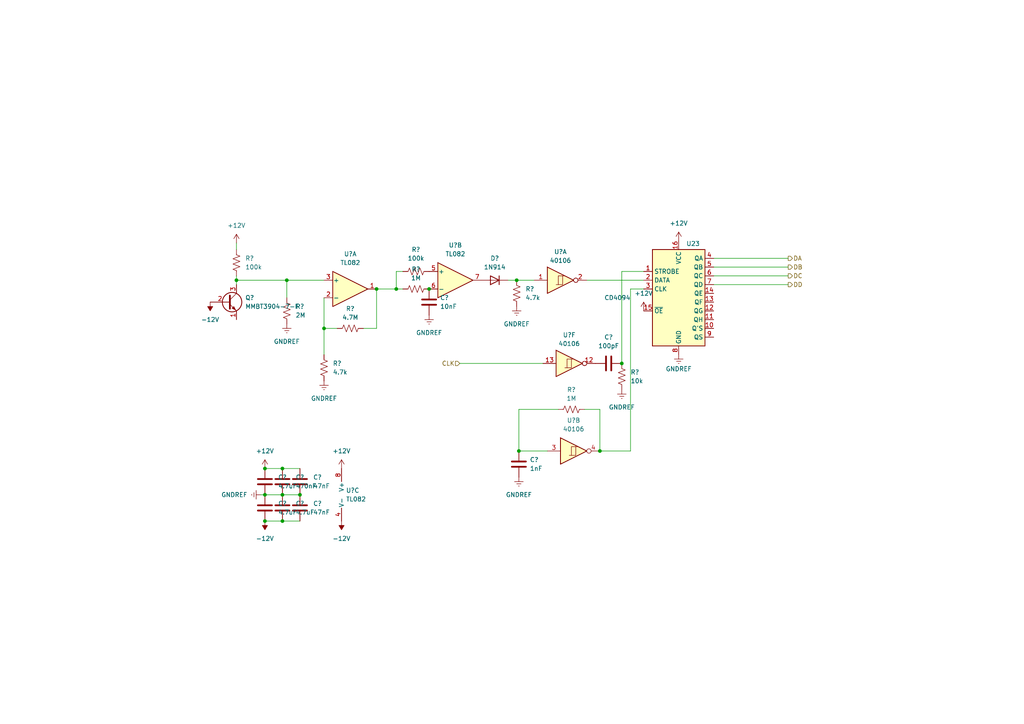
<source format=kicad_sch>
(kicad_sch (version 20230121) (generator eeschema)
  (paper "A4")
  (lib_symbols
    (symbol "4xxx:40106" (pin_names (offset 1.016))
      (property "Reference" "U" (at 0 1.27 0))
      (property "Value" "40106" (at 0 -1.27 0))
      (symbol "40106_1_0"
        (polyline (pts (xy -0.635 -1.27) (xy -0.635 1.27) (xy 0.635 1.27)))
        (polyline (pts (xy -3.81 3.81) (xy -3.81 -3.81) (xy 3.81 0) (xy -3.81 3.81)) (stroke (width 0.254)) (fill (type background)))
        (polyline (pts (xy -1.27 -1.27) (xy 0.635 -1.27) (xy 0.635 1.27) (xy 1.27 1.27)))
        (pin input line (at -7.62 0 0) (length 3.81) (name "~") (number "1"))
        (pin output inverted (at 7.62 0 180) (length 3.81) (name "~") (number "2"))
      )
      (symbol "40106_2_0"
        (polyline (pts (xy -0.635 -1.27) (xy -0.635 1.27) (xy 0.635 1.27)))
        (polyline (pts (xy -3.81 3.81) (xy -3.81 -3.81) (xy 3.81 0) (xy -3.81 3.81)) (stroke (width 0.254)) (fill (type background)))
        (polyline (pts (xy -1.27 -1.27) (xy 0.635 -1.27) (xy 0.635 1.27) (xy 1.27 1.27)))
        (pin input line (at -7.62 0 0) (length 3.81) (name "~") (number "3"))
        (pin output inverted (at 7.62 0 180) (length 3.81) (name "~") (number "4"))
      )
      (symbol "40106_3_0"
        (polyline (pts (xy -0.635 -1.27) (xy -0.635 1.27) (xy 0.635 1.27)))
        (polyline (pts (xy -3.81 3.81) (xy -3.81 -3.81) (xy 3.81 0) (xy -3.81 3.81)) (stroke (width 0.254)) (fill (type background)))
        (polyline (pts (xy -1.27 -1.27) (xy 0.635 -1.27) (xy 0.635 1.27) (xy 1.27 1.27)))
        (pin input line (at -7.62 0 0) (length 3.81) (name "~") (number "5"))
        (pin output inverted (at 7.62 0 180) (length 3.81) (name "~") (number "6"))
      )
      (symbol "40106_4_0"
        (polyline (pts (xy -0.635 -1.27) (xy -0.635 1.27) (xy 0.635 1.27)))
        (polyline (pts (xy -3.81 3.81) (xy -3.81 -3.81) (xy 3.81 0) (xy -3.81 3.81)) (stroke (width 0.254)) (fill (type background)))
        (polyline (pts (xy -1.27 -1.27) (xy 0.635 -1.27) (xy 0.635 1.27) (xy 1.27 1.27)))
        (pin output inverted (at 7.62 0 180) (length 3.81) (name "~") (number "8"))
        (pin input line (at -7.62 0 0) (length 3.81) (name "~") (number "9"))
      )
      (symbol "40106_5_0"
        (polyline (pts (xy -0.635 -1.27) (xy -0.635 1.27) (xy 0.635 1.27)))
        (polyline (pts (xy -3.81 3.81) (xy -3.81 -3.81) (xy 3.81 0) (xy -3.81 3.81)) (stroke (width 0.254)) (fill (type background)))
        (polyline (pts (xy -1.27 -1.27) (xy 0.635 -1.27) (xy 0.635 1.27) (xy 1.27 1.27)))
        (pin output inverted (at 7.62 0 180) (length 3.81) (name "~") (number "10"))
        (pin input line (at -7.62 0 0) (length 3.81) (name "~") (number "11"))
      )
      (symbol "40106_6_0"
        (polyline (pts (xy -0.635 -1.27) (xy -0.635 1.27) (xy 0.635 1.27)))
        (polyline (pts (xy -3.81 3.81) (xy -3.81 -3.81) (xy 3.81 0) (xy -3.81 3.81)) (stroke (width 0.254)) (fill (type background)))
        (polyline (pts (xy -1.27 -1.27) (xy 0.635 -1.27) (xy 0.635 1.27) (xy 1.27 1.27)))
        (pin output inverted (at 7.62 0 180) (length 3.81) (name "~") (number "12"))
        (pin input line (at -7.62 0 0) (length 3.81) (name "~") (number "13"))
      )
      (symbol "40106_7_0"
        (pin power_in line (at 0 12.7 270) (length 5.08) (name "VDD") (number "14"))
        (pin power_in line (at 0 -12.7 90) (length 5.08) (name "VSS") (number "7"))
      )
      (symbol "40106_7_1"
        (rectangle (start -5.08 7.62) (end 5.08 -7.62) (stroke (width 0.254)) (fill (type background)))
      )
    )
    (symbol "Amplifier_Operational:TL082" (pin_names (offset 0.127))
      (property "Reference" "U" (at 0 5.08 0))
      (property "Value" "TL082" (at 0 -5.08 0))
      (symbol "TL082_1_1"
        (polyline (pts (xy -5.08 5.08) (xy 5.08 0) (xy -5.08 -5.08) (xy -5.08 5.08)) (stroke (width 0.254)) (fill (type background)))
        (pin output line (at 7.62 0 180) (length 2.54) (name "~") (number "1"))
        (pin input line (at -7.62 -2.54 0) (length 2.54) (name "-") (number "2"))
        (pin input line (at -7.62 2.54 0) (length 2.54) (name "+") (number "3"))
      )
      (symbol "TL082_2_1"
        (polyline (pts (xy -5.08 5.08) (xy 5.08 0) (xy -5.08 -5.08) (xy -5.08 5.08)) (stroke (width 0.254)) (fill (type background)))
        (pin input line (at -7.62 2.54 0) (length 2.54) (name "+") (number "5"))
        (pin input line (at -7.62 -2.54 0) (length 2.54) (name "-") (number "6"))
        (pin output line (at 7.62 0 180) (length 2.54) (name "~") (number "7"))
      )
      (symbol "TL082_3_1"
        (pin power_in line (at -2.54 -7.62 90) (length 3.81) (name "V-") (number "4"))
        (pin power_in line (at -2.54 7.62 270) (length 3.81) (name "V+") (number "8"))
      )
    )
    (symbol "Device:C" (pin_numbers hide) (pin_names (offset 0.254))
      (property "Reference" "C" (at 0.635 2.54 0))
      (property "Value" "C" (at 0.635 -2.54 0))
      (symbol "C_0_1"
        (polyline (pts (xy -2.032 -0.762) (xy 2.032 -0.762)) (stroke (width 0.508)))
        (polyline (pts (xy -2.032 0.762) (xy 2.032 0.762)) (stroke (width 0.508)))
      )
      (symbol "C_1_1"
        (pin passive line (at 0 3.81 270) (length 2.794) (name "~") (number "1"))
        (pin passive line (at 0 -3.81 90) (length 2.794) (name "~") (number "2"))
      )
    )
    (symbol "Device:D" (pin_numbers hide) (pin_names (offset 1.016) hide)
      (property "Reference" "D" (at 0 2.54 0))
      (property "Value" "D" (at 0 -2.54 0))
      (symbol "D_0_1"
        (polyline (pts (xy -1.27 1.27) (xy -1.27 -1.27)) (stroke (width 0.254)))
        (polyline (pts (xy 1.27 0) (xy -1.27 0)))
        (polyline (pts (xy 1.27 1.27) (xy 1.27 -1.27) (xy -1.27 0) (xy 1.27 1.27)) (stroke (width 0.254)))
      )
      (symbol "D_1_1"
        (pin passive line (at -3.81 0 0) (length 2.54) (name "K") (number "1"))
        (pin passive line (at 3.81 0 180) (length 2.54) (name "A") (number "2"))
      )
    )
    (symbol "Device:R_US" (pin_numbers hide) (pin_names (offset 0))
      (property "Reference" "R" (at 2.54 0 90))
      (property "Value" "R_US" (at -2.54 0 90))
      (symbol "R_US_0_1"
        (polyline (pts (xy 0 -2.286) (xy 0 -2.54)))
        (polyline (pts (xy 0 2.286) (xy 0 2.54)))
        (polyline (pts (xy 0 -0.762) (xy 1.016 -1.143) (xy 0 -1.524) (xy -1.016 -1.905) (xy 0 -2.286)))
        (polyline (pts (xy 0 0.762) (xy 1.016 0.381) (xy 0 0) (xy -1.016 -0.381) (xy 0 -0.762)))
        (polyline (pts (xy 0 2.286) (xy 1.016 1.905) (xy 0 1.524) (xy -1.016 1.143) (xy 0 0.762)))
      )
      (symbol "R_US_1_1"
        (pin passive line (at 0 3.81 270) (length 1.27) (name "~") (number "1"))
        (pin passive line (at 0 -3.81 90) (length 1.27) (name "~") (number "2"))
      )
    )
    (symbol "SynthProj-rescue:CD4094"
      (property "Reference" "U" (at -6.35 22.86 0))
      (symbol "CD4094_1_0"
        (pin input line (at -10.16 7.62 0) (length 2.54) (name "STROBE") (number "1"))
        (pin output line (at 10.16 -8.89 180) (length 2.54) (name "Q'S") (number "10"))
        (pin tri_state line (at 10.16 -6.35 180) (length 2.54) (name "QH") (number "11"))
        (pin tri_state line (at 10.16 -3.81 180) (length 2.54) (name "QG") (number "12"))
        (pin tri_state line (at 10.16 -1.27 180) (length 2.54) (name "QF") (number "13"))
        (pin tri_state line (at 10.16 1.27 180) (length 2.54) (name "QE") (number "14"))
        (pin input line (at -10.16 -3.81 0) (length 2.54) (name "~{OE}") (number "15"))
        (pin power_in line (at 0 16.51 270) (length 2.54) (name "VCC") (number "16"))
        (pin input line (at -10.16 5.08 0) (length 2.54) (name "DATA") (number "2"))
        (pin input line (at -10.16 2.54 0) (length 2.54) (name "CLK") (number "3"))
        (pin tri_state line (at 10.16 11.43 180) (length 2.54) (name "QA") (number "4"))
        (pin tri_state line (at 10.16 8.89 180) (length 2.54) (name "QB") (number "5"))
        (pin tri_state line (at 10.16 6.35 180) (length 2.54) (name "QC") (number "6"))
        (pin tri_state line (at 10.16 3.81 180) (length 2.54) (name "QD") (number "7"))
        (pin power_in line (at 0 -16.51 90) (length 2.54) (name "GND") (number "8"))
        (pin output line (at 10.16 -11.43 180) (length 2.54) (name "QS") (number "9"))
      )
      (symbol "CD4094_1_1"
        (rectangle (start -7.62 13.97) (end 7.62 -13.97) (stroke (width 0.254)) (fill (type background)))
      )
    )
    (symbol "Transistor_BJT:2N3904" (pin_names (offset 0) hide)
      (property "Reference" "Q" (at 5.08 1.905 0))
      (property "Value" "2N3904" (at 5.08 0 0))
      (symbol "2N3904_0_1"
        (polyline (pts (xy 0.635 0.635) (xy 2.54 2.54)))
        (polyline (pts (xy 0.635 -0.635) (xy 2.54 -2.54) (xy 2.54 -2.54)))
        (polyline (pts (xy 0.635 1.905) (xy 0.635 -1.905) (xy 0.635 -1.905)) (stroke (width 0.508)))
        (polyline (pts (xy 1.27 -1.778) (xy 1.778 -1.27) (xy 2.286 -2.286) (xy 1.27 -1.778) (xy 1.27 -1.778)) (fill (type outline)))
        (circle (center 1.27 0) (radius 2.8194) (stroke (width 0.254)))
      )
      (symbol "2N3904_1_1"
        (pin passive line (at 2.54 -5.08 90) (length 2.54) (name "E") (number "1"))
        (pin passive line (at -5.08 0 0) (length 5.715) (name "B") (number "2"))
        (pin passive line (at 2.54 5.08 270) (length 2.54) (name "C") (number "3"))
      )
    )
    (symbol "power:+12V" (power) (pin_names (offset 0))
      (property "Value" "+12V" (at 0 3.556 0))
      (symbol "+12V_0_1"
        (polyline (pts (xy -0.762 1.27) (xy 0 2.54)))
        (polyline (pts (xy 0 0) (xy 0 2.54)))
        (polyline (pts (xy 0 2.54) (xy 0.762 1.27)))
      )
      (symbol "+12V_1_1"
        (pin power_in line (at 0 0 90) (length 0) hide (name "+12V") (number "1"))
      )
    )
    (symbol "power:-12V" (power) (pin_names (offset 0))
      (property "Value" "-12V" (at 0 3.81 0))
      (symbol "-12V_0_0"
        (pin power_in line (at 0 0 90) (length 0) hide (name "-12V") (number "1"))
      )
      (symbol "-12V_0_1"
        (polyline (pts (xy 0 0) (xy 0 1.27) (xy 0.762 1.27) (xy 0 2.54) (xy -0.762 1.27) (xy 0 1.27)) (fill (type outline)))
      )
    )
    (symbol "power:GNDREF" (power) (pin_names (offset 0))
      (property "Value" "GNDREF" (at 0 -3.81 0))
      (symbol "GNDREF_0_1"
        (polyline (pts (xy -0.635 -1.905) (xy 0.635 -1.905)))
        (polyline (pts (xy -0.127 -2.54) (xy 0.127 -2.54)))
        (polyline (pts (xy 0 -1.27) (xy 0 0)))
        (polyline (pts (xy 1.27 -1.27) (xy -1.27 -1.27)))
      )
      (symbol "GNDREF_1_1"
        (pin power_in line (at 0 0 270) (length 0) hide (name "GNDREF") (number "1"))
      )
    )
  )
  (junction (at 180.34 105.41))
  (junction (at 124.46 83.82))
  (junction (at 81.915 143.51))
  (junction (at 76.835 151.13))
  (junction (at 150.495 130.81))
  (junction (at 76.835 135.89))
  (junction (at 81.915 151.13))
  (junction (at 109.22 83.82))
  (junction (at 173.99 130.81))
  (junction (at 149.86 81.28))
  (junction (at 114.935 83.82))
  (junction (at 68.58 81.28))
  (junction (at 83.185 81.28))
  (junction (at 93.98 95.25))
  (junction (at 76.835 143.51))
  (junction (at 81.915 135.89))
  (junction (at 86.995 143.51))
  (wire (pts (xy 182.88 130.81) (xy 173.99 130.81)))
  (wire (pts (xy 114.935 83.82) (xy 116.84 83.82)))
  (wire (pts (xy 170.18 81.28) (xy 186.69 81.28)))
  (wire (pts (xy 68.58 70.485) (xy 68.58 72.39)))
  (wire (pts (xy 93.98 86.36) (xy 93.98 95.25)))
  (wire (pts (xy 207.01 74.93) (xy 228.6 74.93)))
  (wire (pts (xy 76.835 151.13) (xy 81.915 151.13)))
  (wire (pts (xy 150.495 130.81) (xy 150.495 118.745)))
  (wire (pts (xy 68.58 81.28) (xy 83.185 81.28)))
  (wire (pts (xy 180.34 105.41) (xy 180.34 78.74)))
  (wire (pts (xy 180.34 78.74) (xy 186.69 78.74)))
  (wire (pts (xy 93.98 95.25) (xy 93.98 102.87)))
  (wire (pts (xy 68.58 80.01) (xy 68.58 81.28)))
  (wire (pts (xy 150.495 130.81) (xy 158.75 130.81)))
  (wire (pts (xy 207.01 80.01) (xy 228.6 80.01)))
  (wire (pts (xy 169.545 118.745) (xy 173.99 118.745)))
  (wire (pts (xy 207.01 77.47) (xy 228.6 77.47)))
  (wire (pts (xy 97.79 95.25) (xy 93.98 95.25)))
  (wire (pts (xy 133.35 105.41) (xy 157.48 105.41)))
  (wire (pts (xy 109.22 83.82) (xy 114.935 83.82)))
  (wire (pts (xy 114.935 78.74) (xy 116.84 78.74)))
  (wire (pts (xy 109.22 95.25) (xy 109.22 83.82)))
  (wire (pts (xy 81.915 151.13) (xy 86.995 151.13)))
  (wire (pts (xy 173.99 118.745) (xy 173.99 130.81)))
  (wire (pts (xy 182.88 83.82) (xy 182.88 130.81)))
  (wire (pts (xy 207.01 82.55) (xy 228.6 82.55)))
  (wire (pts (xy 149.86 81.28) (xy 154.94 81.28)))
  (wire (pts (xy 83.185 81.28) (xy 93.98 81.28)))
  (wire (pts (xy 81.915 135.89) (xy 86.995 135.89)))
  (wire (pts (xy 75.565 143.51) (xy 76.835 143.51)))
  (wire (pts (xy 68.58 81.28) (xy 68.58 82.55)))
  (wire (pts (xy 76.835 135.89) (xy 81.915 135.89)))
  (wire (pts (xy 76.835 143.51) (xy 81.915 143.51)))
  (wire (pts (xy 114.935 78.74) (xy 114.935 83.82)))
  (wire (pts (xy 147.32 81.28) (xy 149.86 81.28)))
  (wire (pts (xy 150.495 118.745) (xy 161.925 118.745)))
  (wire (pts (xy 105.41 95.25) (xy 109.22 95.25)))
  (wire (pts (xy 83.185 81.28) (xy 83.185 86.36)))
  (wire (pts (xy 186.69 83.82) (xy 182.88 83.82)))
  (wire (pts (xy 81.915 143.51) (xy 86.995 143.51)))
  (hierarchical_label "DD" (shape output) (at 228.6 82.55 0))
  (hierarchical_label "CLK" (shape input) (at 133.35 105.41 180))
  (hierarchical_label "DB" (shape output) (at 228.6 77.47 0))
  (hierarchical_label "DA" (shape output) (at 228.6 74.93 0))
  (hierarchical_label "DC" (shape output) (at 228.6 80.01 0))
  (symbol (lib_id "Device:D") (at 143.51 81.28 180) (unit 1)
    (property "Reference" "D?" (at 143.51 74.93 0))
    (property "Value" "1N914" (at 143.51 77.47 0))
    (property "Footprint" "Diode_SMD:D_SOD-323F" (effects hide))
    (property "Sim.Device" "D" (effects hide))
    (property "Sim.Pins" "1=K 2=A" (effects hide))
    (instances (project "AnalogTestBoard2" (path "" (reference "D?") (unit 1))) (project "SynthProj" (path "" (reference "D46") (unit 1))))
  )
  (symbol (lib_id "power:GNDREF") (at 149.86 88.9 0) (unit 1)
    (property "Reference" "#PWR?" (effects hide))
    (property "Value" "GNDREF" (at 149.86 93.98 0))
    (instances (project "AnalogTestBoard2" (path "" (reference "#PWR?") (unit 1)) (path "" (reference "#PWR?") (unit 1)) (path "" (reference "#PWR?") (unit 1))) (project "SynthProj" (path "" (reference "#PWR0263") (unit 1))))
  )
  (symbol (lib_id "Device:C") (at 124.46 87.63 180) (unit 1)
    (property "Reference" "C?" (at 127.635 86.36 0) (effects (justify right)))
    (property "Value" "10nF" (at 127.635 88.9 0) (effects (justify right)))
    (property "Footprint" "Capacitor_SMD:C_0603_1608Metric" (effects hide))
    (instances (project "AnalogTestBoard2" (path "" (reference "C?") (unit 1)) (path "" (reference "C?") (unit 1)) (path "" (reference "C?") (unit 1))) (project "SynthProj" (path "" (reference "C116") (unit 1))))
  )
  (symbol (lib_id "power:GNDREF") (at 150.495 138.43 0) (unit 1)
    (property "Reference" "#PWR?" (effects hide))
    (property "Value" "GNDREF" (at 150.495 143.51 0))
    (instances (project "AnalogTestBoard2" (path "" (reference "#PWR?") (unit 1)) (path "" (reference "#PWR?") (unit 1)) (path "" (reference "#PWR?") (unit 1))) (project "SynthProj" (path "" (reference "#PWR0264") (unit 1))))
  )
  (symbol (lib_id "power:GNDREF") (at 93.98 110.49 0) (unit 1)
    (property "Reference" "#PWR?" (effects hide))
    (property "Value" "GNDREF" (at 93.98 115.57 0))
    (instances (project "AnalogTestBoard2" (path "" (reference "#PWR?") (unit 1)) (path "" (reference "#PWR?") (unit 1)) (path "" (reference "#PWR?") (unit 1))) (project "SynthProj" (path "" (reference "#PWR0259") (unit 1))))
  )
  (symbol (lib_id "4xxx:40106") (at 166.37 130.81 0) (unit 2)
    (property "Reference" "U?" (at 166.37 121.92 0))
    (property "Value" "40106" (at 166.37 124.46 0))
    (property "Footprint" "Package_SO:SOIC-14_3.9x8.7mm_P1.27mm" (effects hide))
    (property "Datasheet" "https://assets.nexperia.com/documents/data-sheet/HEF40106B.pdf" (effects hide))
    (instances (project "AnalogTestBoard2" (path "" (reference "U?") (unit 2)) (path "" (reference "U?") (unit 2))) (project "SynthProj" (path "" (reference "U22") (unit 2))))
  )
  (symbol (lib_id "power:+12V") (at 99.06 135.89 0) (unit 1)
    (property "Reference" "#PWR?" (effects hide))
    (property "Value" "+12V" (at 99.06 130.81 0))
    (instances (project "AnalogTestBoard2" (path "" (reference "#PWR?") (unit 1)) (path "" (reference "#PWR?") (unit 1)) (path "" (reference "#PWR?") (unit 1))) (project "SynthProj" (path "" (reference "#PWR0260") (unit 1))))
  )
  (symbol (lib_id "Amplifier_Operational:TL082") (at 101.6 83.82 0) (unit 1)
    (property "Reference" "U?" (at 101.6 73.66 0))
    (property "Value" "TL082" (at 101.6 76.2 0))
    (property "Footprint" "Package_SO:SOIC-8_3.9x4.9mm_P1.27mm" (effects hide))
    (property "Datasheet" "http://www.ti.com/lit/ds/symlink/tl081.pdf" (effects hide))
    (instances (project "AnalogTestBoard2" (path "" (reference "U?") (unit 1))) (project "SynthProj" (path "" (reference "U21") (unit 1))))
  )
  (symbol (lib_id "power:GNDREF") (at 180.34 113.03 0) (unit 1)
    (property "Reference" "#PWR?" (effects hide))
    (property "Value" "GNDREF" (at 180.34 118.11 0))
    (instances (project "AnalogTestBoard2" (path "" (reference "#PWR?") (unit 1)) (path "" (reference "#PWR?") (unit 1)) (path "" (reference "#PWR?") (unit 1))) (project "SynthProj" (path "" (reference "#PWR0265") (unit 1))))
  )
  (symbol (lib_id "power:-12V") (at 99.06 151.13 180) (unit 1)
    (property "Reference" "#PWR?" (effects hide))
    (property "Value" "-12V" (at 99.06 156.21 0))
    (instances (project "AnalogTestBoard2" (path "" (reference "#PWR?") (unit 1)) (path "" (reference "#PWR?") (unit 1)) (path "" (reference "#PWR?") (unit 1))) (project "SynthProj" (path "" (reference "#PWR0261") (unit 1))))
  )
  (symbol (lib_id "Device:C") (at 176.53 105.41 270) (unit 1)
    (property "Reference" "C?" (at 176.53 97.79 90))
    (property "Value" "100pF" (at 176.53 100.33 90))
    (property "Footprint" "Capacitor_SMD:C_0603_1608Metric" (effects hide))
    (instances (project "AnalogTestBoard2" (path "" (reference "C?") (unit 1)) (path "" (reference "C?") (unit 1)) (path "" (reference "C?") (unit 1))) (project "SynthProj" (path "" (reference "C118") (unit 1))))
  )
  (symbol (lib_id "power:+12V") (at 196.85 69.85 0) (unit 1)
    (property "Reference" "#PWR?" (effects hide))
    (property "Value" "+12V" (at 196.85 64.77 0))
    (instances (project "AnalogTestBoard2" (path "" (reference "#PWR?") (unit 1)) (path "" (reference "#PWR?") (unit 1)) (path "" (reference "#PWR?") (unit 1))) (project "SynthProj" (path "" (reference "#PWR0267") (unit 1))))
  )
  (symbol (lib_id "power:-12V") (at 60.96 87.63 180) (unit 1)
    (property "Reference" "#PWR?" (effects hide))
    (property "Value" "-12V" (at 60.96 92.71 0))
    (instances (project "AnalogTestBoard2" (path "" (reference "#PWR?") (unit 1)) (path "" (reference "#PWR?") (unit 1)) (path "" (reference "#PWR?") (unit 1))) (project "SynthProj" (path "" (reference "#PWR0253") (unit 1))))
  )
  (symbol (lib_id "Device:C") (at 81.915 147.32 0) (unit 1)
    (property "Reference" "C?" (at 85.725 146.05 0) (effects (justify left)))
    (property "Value" "4.7uF" (at 85.725 148.59 0) (effects (justify left)))
    (property "Footprint" "Capacitor_SMD:C_0805_2012Metric" (effects hide))
    (instances (project "AnalogTestBoard2" (path "" (reference "C?") (unit 1)) (path "" (reference "C?") (unit 1)) (path "" (reference "C?") (unit 1))) (project "SynthProj" (path "" (reference "C113") (unit 1))))
  )
  (symbol (lib_id "Device:R_US") (at 120.65 83.82 270) (unit 1)
    (property "Reference" "R?" (at 120.65 78.105 90))
    (property "Value" "1M" (at 120.65 80.645 90))
    (property "Footprint" "Resistor_SMD:R_0603_1608Metric" (effects hide))
    (instances (project "AnalogTestBoard2" (path "" (reference "R?") (unit 1)) (path "" (reference "R?") (unit 1)) (path "" (reference "R?") (unit 1))) (project "SynthProj" (path "" (reference "R212") (unit 1))))
  )
  (symbol (lib_id "4xxx:40106") (at 162.56 81.28 0) (unit 1)
    (property "Reference" "U?" (at 162.56 73.025 0))
    (property "Value" "40106" (at 162.56 75.565 0))
    (property "Footprint" "Package_SO:SOIC-14_3.9x8.7mm_P1.27mm" (effects hide))
    (property "Datasheet" "https://assets.nexperia.com/documents/data-sheet/HEF40106B.pdf" (effects hide))
    (instances (project "AnalogTestBoard2" (path "" (reference "U?") (unit 1)) (path "" (reference "U?") (unit 1))) (project "SynthProj" (path "" (reference "U22") (unit 1))))
  )
  (symbol (lib_id "power:-12V") (at 76.835 151.13 180) (unit 1)
    (property "Reference" "#PWR?" (effects hide))
    (property "Value" "-12V" (at 76.835 156.21 0))
    (instances (project "AnalogTestBoard2" (path "" (reference "#PWR?") (unit 1)) (path "" (reference "#PWR?") (unit 1)) (path "" (reference "#PWR?") (unit 1))) (project "SynthProj" (path "" (reference "#PWR0257") (unit 1))))
  )
  (symbol (lib_id "Amplifier_Operational:TL082") (at 132.08 81.28 0) (unit 2)
    (property "Reference" "U?" (at 132.08 71.12 0))
    (property "Value" "TL082" (at 132.08 73.66 0))
    (property "Footprint" "Package_SO:SOIC-8_3.9x4.9mm_P1.27mm" (effects hide))
    (property "Datasheet" "http://www.ti.com/lit/ds/symlink/tl081.pdf" (effects hide))
    (instances (project "AnalogTestBoard2" (path "" (reference "U?") (unit 2))) (project "SynthProj" (path "" (reference "U21") (unit 2))))
  )
  (symbol (lib_id "4xxx:40106") (at 165.1 105.41 0) (unit 6)
    (property "Reference" "U?" (at 165.1 97.155 0))
    (property "Value" "40106" (at 165.1 99.695 0))
    (property "Footprint" "Package_SO:SOIC-14_3.9x8.7mm_P1.27mm" (effects hide))
    (property "Datasheet" "https://assets.nexperia.com/documents/data-sheet/HEF40106B.pdf" (effects hide))
    (instances (project "AnalogTestBoard2" (path "" (reference "U?") (unit 6)) (path "" (reference "U?") (unit 6))) (project "SynthProj" (path "" (reference "U22") (unit 6))))
  )
  (symbol (lib_id "power:+12V") (at 76.835 135.89 0) (unit 1)
    (property "Reference" "#PWR?" (effects hide))
    (property "Value" "+12V" (at 76.835 130.81 0))
    (instances (project "AnalogTestBoard2" (path "" (reference "#PWR?") (unit 1)) (path "" (reference "#PWR?") (unit 1)) (path "" (reference "#PWR?") (unit 1))) (project "SynthProj" (path "" (reference "#PWR0256") (unit 1))))
  )
  (symbol (lib_id "Amplifier_Operational:TL082") (at 101.6 143.51 0) (unit 3)
    (property "Reference" "U?" (at 100.33 142.24 0) (effects (justify left)))
    (property "Value" "TL082" (at 100.33 144.78 0) (effects (justify left)))
    (property "Footprint" "Package_SO:SOIC-8_3.9x4.9mm_P1.27mm" (effects hide))
    (property "Datasheet" "http://www.ti.com/lit/ds/symlink/tl081.pdf" (effects hide))
    (instances (project "AnalogTestBoard2" (path "" (reference "U?") (unit 3))) (project "SynthProj" (path "" (reference "U21") (unit 3))))
  )
  (symbol (lib_id "Device:R_US") (at 83.185 90.17 180) (unit 1)
    (property "Reference" "R?" (at 85.725 88.9 0) (effects (justify right)))
    (property "Value" "2M" (at 85.725 91.44 0) (effects (justify right)))
    (property "Footprint" "Resistor_SMD:R_0603_1608Metric" (effects hide))
    (instances (project "AnalogTestBoard2" (path "" (reference "R?") (unit 1)) (path "" (reference "R?") (unit 1)) (path "" (reference "R?") (unit 1))) (project "SynthProj" (path "" (reference "R208") (unit 1))))
  )
  (symbol (lib_id "power:+12V") (at 68.58 70.485 0) (unit 1)
    (property "Reference" "#PWR?" (effects hide))
    (property "Value" "+12V" (at 68.58 65.405 0))
    (instances (project "AnalogTestBoard2" (path "" (reference "#PWR?") (unit 1)) (path "" (reference "#PWR?") (unit 1)) (path "" (reference "#PWR?") (unit 1))) (project "SynthProj" (path "" (reference "#PWR0254") (unit 1))))
  )
  (symbol (lib_id "SynthProj-rescue:CD4094") (at 196.85 86.36 0) (unit 1)
    (property "Reference" "U23" (at 199.0441 70.6699 0) (effects (justify left)))
    (property "Value" "CD4094" (at 179.07 86.36 0))
    (property "Footprint" "Package_SO:SOP-16_3.9x9.9mm_P1.27mm" (effects hide))
  )
  (symbol (lib_id "Device:R_US") (at 180.34 109.22 180) (unit 1)
    (property "Reference" "R?" (at 182.88 107.95 0) (effects (justify right)))
    (property "Value" "10k" (at 182.88 110.49 0) (effects (justify right)))
    (property "Footprint" "Resistor_SMD:R_0603_1608Metric" (effects hide))
    (instances (project "AnalogTestBoard2" (path "" (reference "R?") (unit 1)) (path "" (reference "R?") (unit 1)) (path "" (reference "R?") (unit 1))) (project "SynthProj" (path "" (reference "R215") (unit 1))))
  )
  (symbol (lib_id "Device:R_US") (at 149.86 85.09 180) (unit 1)
    (property "Reference" "R?" (at 152.4 83.82 0) (effects (justify right)))
    (property "Value" "4.7k" (at 152.4 86.36 0) (effects (justify right)))
    (property "Footprint" "Resistor_SMD:R_0603_1608Metric" (effects hide))
    (instances (project "AnalogTestBoard2" (path "" (reference "R?") (unit 1)) (path "" (reference "R?") (unit 1)) (path "" (reference "R?") (unit 1))) (project "SynthProj" (path "" (reference "R213") (unit 1))))
  )
  (symbol (lib_id "Device:C") (at 76.835 139.7 0) (unit 1)
    (property "Reference" "C?" (at 80.645 138.43 0) (effects (justify left)))
    (property "Value" "4.7uF" (at 80.645 140.97 0) (effects (justify left)))
    (property "Footprint" "Capacitor_SMD:C_0805_2012Metric" (effects hide))
    (instances (project "AnalogTestBoard2" (path "" (reference "C?") (unit 1)) (path "" (reference "C?") (unit 1)) (path "" (reference "C?") (unit 1))) (project "SynthProj" (path "" (reference "C110") (unit 1))))
  )
  (symbol (lib_id "Device:C") (at 86.995 139.7 0) (unit 1)
    (property "Reference" "C?" (at 90.805 138.43 0) (effects (justify left)))
    (property "Value" "47nF" (at 90.805 140.97 0) (effects (justify left)))
    (property "Footprint" "Capacitor_SMD:C_0603_1608Metric" (effects hide))
    (instances (project "AnalogTestBoard2" (path "" (reference "C?") (unit 1)) (path "" (reference "C?") (unit 1)) (path "" (reference "C?") (unit 1))) (project "SynthProj" (path "" (reference "C114") (unit 1))))
  )
  (symbol (lib_id "power:GNDREF") (at 196.85 102.87 0) (unit 1)
    (property "Reference" "#PWR?" (effects hide))
    (property "Value" "GNDREF" (at 196.85 107.0031 0))
    (instances (project "AnalogTestBoard2" (path "" (reference "#PWR?") (unit 1)) (path "" (reference "#PWR?") (unit 1)) (path "" (reference "#PWR?") (unit 1))) (project "SynthProj" (path "" (reference "#PWR0268") (unit 1))))
  )
  (symbol (lib_id "power:GNDREF") (at 75.565 143.51 270) (unit 1)
    (property "Reference" "#PWR?" (effects hide))
    (property "Value" "GNDREF" (at 71.755 143.51 90) (effects (justify right)))
    (instances (project "AnalogTestBoard2" (path "" (reference "#PWR?") (unit 1)) (path "" (reference "#PWR?") (unit 1)) (path "" (reference "#PWR?") (unit 1))) (project "SynthProj" (path "" (reference "#PWR0255") (unit 1))))
  )
  (symbol (lib_id "Device:R_US") (at 93.98 106.68 180) (unit 1)
    (property "Reference" "R?" (at 96.52 105.41 0) (effects (justify right)))
    (property "Value" "4.7k" (at 96.52 107.95 0) (effects (justify right)))
    (property "Footprint" "Resistor_SMD:R_0603_1608Metric" (effects hide))
    (instances (project "AnalogTestBoard2" (path "" (reference "R?") (unit 1)) (path "" (reference "R?") (unit 1)) (path "" (reference "R?") (unit 1))) (project "SynthProj" (path "" (reference "R209") (unit 1))))
  )
  (symbol (lib_id "power:GNDREF") (at 124.46 91.44 0) (unit 1)
    (property "Reference" "#PWR?" (effects hide))
    (property "Value" "GNDREF" (at 124.46 96.52 0))
    (instances (project "AnalogTestBoard2" (path "" (reference "#PWR?") (unit 1)) (path "" (reference "#PWR?") (unit 1)) (path "" (reference "#PWR?") (unit 1))) (project "SynthProj" (path "" (reference "#PWR0262") (unit 1))))
  )
  (symbol (lib_id "Device:R_US") (at 120.65 78.74 270) (unit 1)
    (property "Reference" "R?" (at 120.65 72.39 90))
    (property "Value" "100k" (at 120.65 74.93 90))
    (property "Footprint" "Resistor_SMD:R_0603_1608Metric" (effects hide))
    (instances (project "AnalogTestBoard2" (path "" (reference "R?") (unit 1)) (path "" (reference "R?") (unit 1)) (path "" (reference "R?") (unit 1))) (project "SynthProj" (path "" (reference "R211") (unit 1))))
  )
  (symbol (lib_id "Device:C") (at 81.915 139.7 0) (unit 1)
    (property "Reference" "C?" (at 85.725 138.43 0) (effects (justify left)))
    (property "Value" "470nF" (at 85.725 140.97 0) (effects (justify left)))
    (property "Footprint" "Capacitor_SMD:C_0805_2012Metric" (effects hide))
    (instances (project "AnalogTestBoard2" (path "" (reference "C?") (unit 1)) (path "" (reference "C?") (unit 1)) (path "" (reference "C?") (unit 1))) (project "SynthProj" (path "" (reference "C112") (unit 1))))
  )
  (symbol (lib_id "Transistor_BJT:2N3904") (at 66.04 87.63 0) (unit 1)
    (property "Reference" "Q?" (at 71.12 86.36 0) (effects (justify left)))
    (property "Value" "MMBT3904-7-F" (at 71.12 88.9 0) (effects (justify left)))
    (property "Footprint" "Package_TO_SOT_SMD:SOT-23-3" (effects hide))
    (property "Datasheet" "https://www.onsemi.com/pub/Collateral/2N3903-D.PDF" (effects hide))
    (instances (project "AnalogTestBoard2" (path "" (reference "Q?") (unit 1))) (project "SynthProj" (path "" (reference "Q20") (unit 1))))
  )
  (symbol (lib_id "power:GNDREF") (at 83.185 93.98 0) (unit 1)
    (property "Reference" "#PWR?" (effects hide))
    (property "Value" "GNDREF" (at 83.185 99.06 0))
    (instances (project "AnalogTestBoard2" (path "" (reference "#PWR?") (unit 1)) (path "" (reference "#PWR?") (unit 1)) (path "" (reference "#PWR?") (unit 1))) (project "SynthProj" (path "" (reference "#PWR0258") (unit 1))))
  )
  (symbol (lib_id "Device:R_US") (at 101.6 95.25 270) (unit 1)
    (property "Reference" "R?" (at 101.6 89.535 90))
    (property "Value" "4.7M" (at 101.6 92.075 90))
    (property "Footprint" "Resistor_SMD:R_0603_1608Metric" (effects hide))
    (instances (project "AnalogTestBoard2" (path "" (reference "R?") (unit 1)) (path "" (reference "R?") (unit 1)) (path "" (reference "R?") (unit 1))) (project "SynthProj" (path "" (reference "R210") (unit 1))))
  )
  (symbol (lib_id "Device:C") (at 150.495 134.62 180) (unit 1)
    (property "Reference" "C?" (at 153.67 133.35 0) (effects (justify right)))
    (property "Value" "1nF" (at 153.67 135.89 0) (effects (justify right)))
    (property "Footprint" "Capacitor_SMD:C_0603_1608Metric" (effects hide))
    (instances (project "AnalogTestBoard2" (path "" (reference "C?") (unit 1)) (path "" (reference "C?") (unit 1)) (path "" (reference "C?") (unit 1))) (project "SynthProj" (path "" (reference "C117") (unit 1))))
  )
  (symbol (lib_id "Device:R_US") (at 68.58 76.2 180) (unit 1)
    (property "Reference" "R?" (at 71.12 74.93 0) (effects (justify right)))
    (property "Value" "100k" (at 71.12 77.47 0) (effects (justify right)))
    (property "Footprint" "Resistor_SMD:R_0603_1608Metric" (effects hide))
    (instances (project "AnalogTestBoard2" (path "" (reference "R?") (unit 1)) (path "" (reference "R?") (unit 1)) (path "" (reference "R?") (unit 1))) (project "SynthProj" (path "" (reference "R207") (unit 1))))
  )
  (symbol (lib_id "Device:C") (at 86.995 147.32 0) (unit 1)
    (property "Reference" "C?" (at 90.805 146.05 0) (effects (justify left)))
    (property "Value" "47nF" (at 90.805 148.59 0) (effects (justify left)))
    (property "Footprint" "Capacitor_SMD:C_0603_1608Metric" (effects hide))
    (instances (project "AnalogTestBoard2" (path "" (reference "C?") (unit 1)) (path "" (reference "C?") (unit 1)) (path "" (reference "C?") (unit 1))) (project "SynthProj" (path "" (reference "C115") (unit 1))))
  )
  (symbol (lib_id "Device:C") (at 76.835 147.32 0) (unit 1)
    (property "Reference" "C?" (at 80.645 146.05 0) (effects (justify left)))
    (property "Value" "4.7uF" (at 80.645 148.59 0) (effects (justify left)))
    (property "Footprint" "Capacitor_SMD:C_0805_2012Metric" (effects hide))
    (instances (project "AnalogTestBoard2" (path "" (reference "C?") (unit 1)) (path "" (reference "C?") (unit 1)) (path "" (reference "C?") (unit 1))) (project "SynthProj" (path "" (reference "C111") (unit 1))))
  )
  (symbol (lib_id "Device:R_US") (at 165.735 118.745 270) (unit 1)
    (property "Reference" "R?" (at 165.735 113.03 90))
    (property "Value" "1M" (at 165.735 115.57 90))
    (property "Footprint" "Resistor_SMD:R_0603_1608Metric" (effects hide))
    (instances (project "AnalogTestBoard2" (path "" (reference "R?") (unit 1)) (path "" (reference "R?") (unit 1)) (path "" (reference "R?") (unit 1))) (project "SynthProj" (path "" (reference "R214") (unit 1))))
  )
  (symbol (lib_id "power:+12V") (at 186.69 90.17 0) (unit 1)
    (property "Reference" "#PWR?" (effects hide))
    (property "Value" "+12V" (at 186.69 85.09 0))
    (instances (project "AnalogTestBoard2" (path "" (reference "#PWR?") (unit 1)) (path "" (reference "#PWR?") (unit 1)) (path "" (reference "#PWR?") (unit 1))) (project "SynthProj" (path "" (reference "#PWR0266") (unit 1))))
  )
)
</source>
